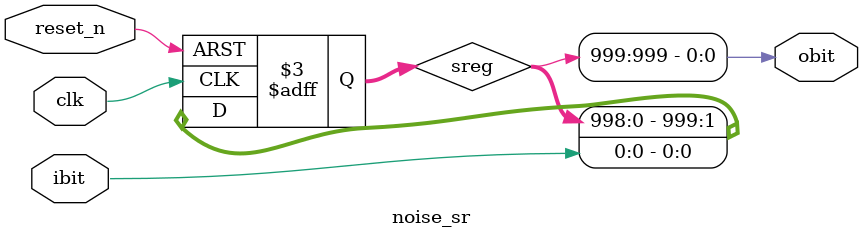
<source format=v>


module noise_sr (
	clk,
	reset_n,
	ibit,
	obit
);

parameter WIDTH = 1000;

input clk;
input reset_n;
input ibit;
output obit;

wire obit;

reg [WIDTH - 1:0] sreg /* synthesis syn_noprune syn_preserve = 1 */;

	always @ (posedge clk or negedge reset_n) begin
		if (!reset_n)
			sreg <= 0;
		else 
			sreg <= {sreg[WIDTH - 2:0], ibit};
	end
	
	assign obit = sreg[WIDTH-1];
endmodule
</source>
